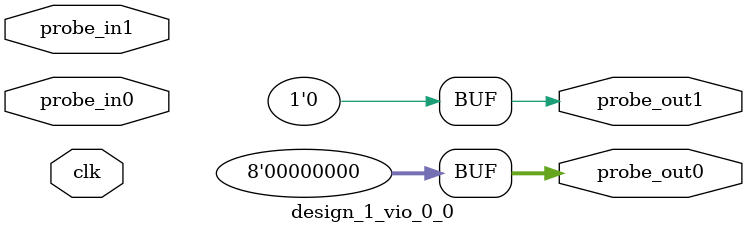
<source format=v>
`timescale 1ns / 1ps
module design_1_vio_0_0 (
clk,
probe_in0,probe_in1,
probe_out0,
probe_out1
);

input clk;
input [7 : 0] probe_in0;
input [0 : 0] probe_in1;

output reg [7 : 0] probe_out0 = 'h00 ;
output reg [0 : 0] probe_out1 = 'h0 ;


endmodule

</source>
